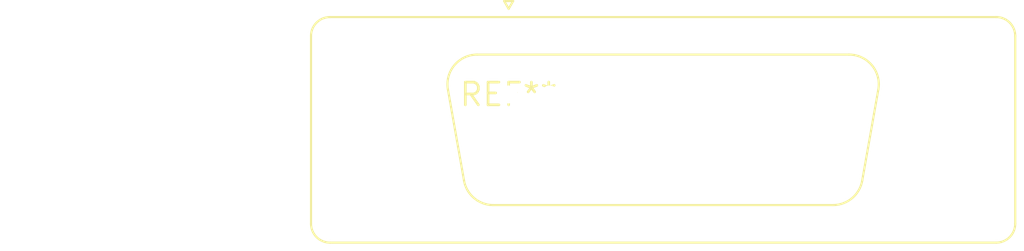
<source format=kicad_pcb>
(kicad_pcb (version 20240108) (generator pcbnew)
  (layers (0 "F.Cu" signal) (31 "B.Cu" signal) (34 "B.Paste" user) (35 "F.Paste" user) (36 "B.SilkS" user "B.Silkscreen") (37 "F.SilkS" user "F.Silkscreen") (38 "B.Mask" user) (39 "F.Mask" user) (44 "Edge.Cuts" user))
  (net 0 "")
  (footprint "DSUB-26-HD_Male_Vertical_P2.29x1.98mm_MountingHoles" (layer "F.Cu") (at 0 0)
    (property "Reference" "REF**")
    (property "Value" "DSUB-26-HD_Male_Vertical_P2.29x1.98mm_MountingHoles")
    (fp_line (start -11.035 7.23) (end -11.035 -3.27) (layer "F.SilkS") (stroke (width 0.12)))
    (fp_line (start -9.975 -4.33) (end 27.225 -4.33) (layer "F.SilkS") (stroke (width 0.12)))
    (fp_line (start -3.39147 -0.281744) (end -2.492202 4.818256) (layer "F.SilkS") (stroke (width 0.12)))
    (fp_line (start -1.756689 -2.23) (end 19.006689 -2.23) (layer "F.SilkS") (stroke (width 0.12)))
    (fp_line (start -0.857421 6.19) (end 18.107421 6.19) (layer "F.SilkS") (stroke (width 0.12)))
    (fp_line (start -0.25 -5.224338) (end 0.25 -5.224338) (layer "F.SilkS") (stroke (width 0.12)))
    (fp_line (start 0 -4.791325) (end -0.25 -5.224338) (layer "F.SilkS") (stroke (width 0.12)))
    (fp_line (start 0.25 -5.224338) (end 0 -4.791325) (layer "F.SilkS") (stroke (width 0.12)))
    (fp_line (start 20.64147 -0.281744) (end 19.742202 4.818256) (layer "F.SilkS") (stroke (width 0.12)))
    (fp_line (start 27.225 8.29) (end -9.975 8.29) (layer "F.SilkS") (stroke (width 0.12)))
    (fp_line (start 28.285 -3.27) (end 28.285 7.23) (layer "F.SilkS") (stroke (width 0.12)))
    (fp_arc (start -11.035 -3.27) (mid -10.724533 -4.019533) (end -9.975 -4.33) (layer "F.SilkS") (stroke (width 0.12)))
    (fp_arc (start -9.975 8.29) (mid -10.724533 7.979533) (end -11.035 7.23) (layer "F.SilkS") (stroke (width 0.12)))
    (fp_arc (start -3.39147 -0.281744) (mid -3.028323 -1.637028) (end -1.756689 -2.23) (layer "F.SilkS") (stroke (width 0.12)))
    (fp_arc (start -0.857421 6.19) (mid -1.924448 5.801634) (end -2.492202 4.818256) (layer "F.SilkS") (stroke (width 0.12)))
    (fp_arc (start 19.006689 -2.23) (mid 20.278323 -1.637027) (end 20.64147 -0.281744) (layer "F.SilkS") (stroke (width 0.12)))
    (fp_arc (start 19.742202 4.818256) (mid 19.174449 5.801634) (end 18.107421 6.19) (layer "F.SilkS") (stroke (width 0.12)))
    (fp_arc (start 27.225 -4.33) (mid 27.974533 -4.019533) (end 28.285 -3.27) (layer "F.SilkS") (stroke (width 0.12)))
    (fp_arc (start 28.285 7.23) (mid 27.974533 7.979533) (end 27.225 8.29) (layer "F.SilkS") (stroke (width 0.12)))
    (pad "0" thru_hole circle (at -8.025 1.98) (size 4 4) (drill 3.2) (layers *.Cu *.Mask) (remove_unused_layers))
    (pad "0" thru_hole circle (at 25.275 1.98) (size 4 4) (drill 3.2) (layers *.Cu *.Mask) (remove_unused_layers))
    (pad "1" thru_hole rect (at 0 0) (size 1.6 1.6) (drill 1) (layers *.Cu *.Mask) (remove_unused_layers))
    (pad "2" thru_hole circle (at 2.29 0) (size 1.6 1.6) (drill 1) (layers *.Cu *.Mask) (remove_unused_layers))
    (pad "3" thru_hole circle (at 4.58 0) (size 1.6 1.6) (drill 1) (layers *.Cu *.Mask) (remove_unused_layers))
    (pad "4" thru_hole circle (at 6.87 0) (size 1.6 1.6) (drill 1) (layers *.Cu *.Mask) (remove_unused_layers))
    (pad "5" thru_hole circle (at 9.16 0) (size 1.6 1.6) (drill 1) (layers *.Cu *.Mask) (remove_unused_layers))
    (pad "6" thru_hole circle (at 11.45 0) (size 1.6 1.6) (drill 1) (layers *.Cu *.Mask) (remove_unused_layers))
    (pad "7" thru_hole circle (at 13.74 0) (size 1.6 1.6) (drill 1) (layers *.Cu *.Mask) (remove_unused_layers))
    (pad "8" thru_hole circle (at 16.03 0) (size 1.6 1.6) (drill 1) (layers *.Cu *.Mask) (remove_unused_layers))
    (pad "9" thru_hole circle (at 18.32 0) (size 1.6 1.6) (drill 1) (layers *.Cu *.Mask) (remove_unused_layers))
    (pad "10" thru_hole circle (at -1.145 1.98) (size 1.6 1.6) (drill 1) (layers *.Cu *.Mask) (remove_unused_layers))
    (pad "11" thru_hole circle (at 1.145 1.98) (size 1.6 1.6) (drill 1) (layers *.Cu *.Mask) (remove_unused_layers))
    (pad "12" thru_hole circle (at 3.435 1.98) (size 1.6 1.6) (drill 1) (layers *.Cu *.Mask) (remove_unused_layers))
    (pad "13" thru_hole circle (at 5.725 1.98) (size 1.6 1.6) (drill 1) (layers *.Cu *.Mask) (remove_unused_layers))
    (pad "14" thru_hole circle (at 8.015 1.98) (size 1.6 1.6) (drill 1) (layers *.Cu *.Mask) (remove_unused_layers))
    (pad "15" thru_hole circle (at 10.305 1.98) (size 1.6 1.6) (drill 1) (layers *.Cu *.Mask) (remove_unused_layers))
    (pad "16" thru_hole circle (at 12.595 1.98) (size 1.6 1.6) (drill 1) (layers *.Cu *.Mask) (remove_unused_layers))
    (pad "17" thru_hole circle (at 14.885 1.98) (size 1.6 1.6) (drill 1) (layers *.Cu *.Mask) (remove_unused_layers))
    (pad "18" thru_hole circle (at 17.175 1.98) (size 1.6 1.6) (drill 1) (layers *.Cu *.Mask) (remove_unused_layers))
    (pad "19" thru_hole circle (at 0 3.96) (size 1.6 1.6) (drill 1) (layers *.Cu *.Mask) (remove_unused_layers))
    (pad "20" thru_hole circle (at 2.29 3.96) (size 1.6 1.6) (drill 1) (layers *.Cu *.Mask) (remove_unused_layers))
    (pad "21" thru_hole circle (at 4.58 3.96) (size 1.6 1.6) (drill 1) (layers *.Cu *.Mask) (remove_unused_layers))
    (pad "22" thru_hole circle (at 6.87 3.96) (size 1.6 1.6) (drill 1) (layers *.Cu *.Mask) (remove_unused_layers))
    (pad "23" thru_hole circle (at 9.16 3.96) (size 1.6 1.6) (drill 1) (layers *.Cu *.Mask) (remove_unused_layers))
    (pad "24" thru_hole circle (at 11.45 3.96) (size 1.6 1.6) (drill 1) (layers *.Cu *.Mask) (remove_unused_layers))
    (pad "25" thru_hole circle (at 13.74 3.96) (size 1.6 1.6) (drill 1) (layers *.Cu *.Mask) (remove_unused_layers))
    (pad "26" thru_hole circle (at 16.03 3.96) (size 1.6 1.6) (drill 1) (layers *.Cu *.Mask) (remove_unused_layers))
  )
)
</source>
